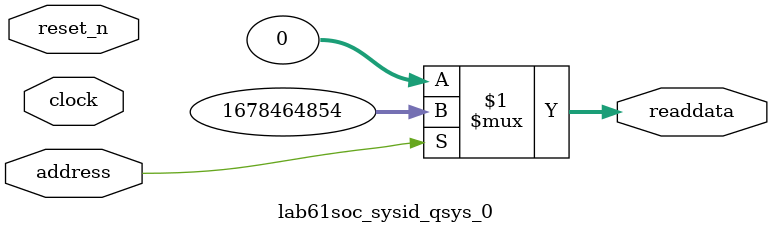
<source format=v>



// synthesis translate_off
`timescale 1ns / 1ps
// synthesis translate_on

// turn off superfluous verilog processor warnings 
// altera message_level Level1 
// altera message_off 10034 10035 10036 10037 10230 10240 10030 

module lab61soc_sysid_qsys_0 (
               // inputs:
                address,
                clock,
                reset_n,

               // outputs:
                readdata
             )
;

  output  [ 31: 0] readdata;
  input            address;
  input            clock;
  input            reset_n;

  wire    [ 31: 0] readdata;
  //control_slave, which is an e_avalon_slave
  assign readdata = address ? 1678464854 : 0;

endmodule



</source>
